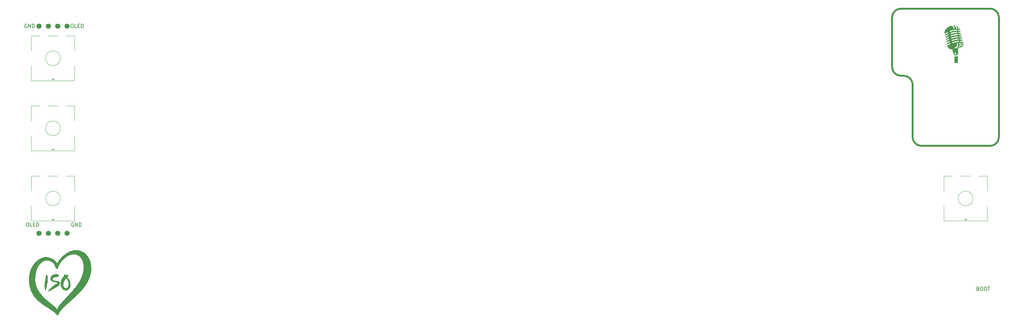
<source format=gbr>
%TF.GenerationSoftware,KiCad,Pcbnew,8.0.8*%
%TF.CreationDate,2025-08-10T21:28:01+02:00*%
%TF.ProjectId,eurovISOn REV,6575726f-7649-4534-9f6e-205245562e6b,rev?*%
%TF.SameCoordinates,Original*%
%TF.FileFunction,Legend,Top*%
%TF.FilePolarity,Positive*%
%FSLAX46Y46*%
G04 Gerber Fmt 4.6, Leading zero omitted, Abs format (unit mm)*
G04 Created by KiCad (PCBNEW 8.0.8) date 2025-08-10 21:28:01*
%MOMM*%
%LPD*%
G01*
G04 APERTURE LIST*
%ADD10C,0.500000*%
%ADD11C,0.150000*%
%ADD12C,0.000000*%
%ADD13C,0.120000*%
%ADD14C,1.397000*%
G04 APERTURE END LIST*
D10*
X278909960Y-53181248D02*
X278909958Y-20637500D01*
X276528708Y-18256250D02*
X252316210Y-18256250D01*
X249934960Y-20637500D02*
G75*
G02*
X252316210Y-18256260I2381240J0D01*
G01*
X252316208Y-36512500D02*
X253109960Y-36512500D01*
X276528708Y-18256250D02*
G75*
G02*
X278909950Y-20637500I-8J-2381250D01*
G01*
X252316208Y-36512500D02*
G75*
G02*
X249934900Y-34131250I92J2381400D01*
G01*
X257872458Y-55562500D02*
X276528710Y-55562498D01*
X278909960Y-53181248D02*
G75*
G02*
X276528710Y-55562560I-2381360J48D01*
G01*
X249934960Y-20637500D02*
X249934958Y-34131250D01*
X253109960Y-36512500D02*
G75*
G02*
X255491200Y-38893750I-60J-2381300D01*
G01*
X257872458Y-55562500D02*
G75*
G02*
X255491200Y-53181250I42J2381300D01*
G01*
X255491208Y-38893750D02*
X255491208Y-53181250D01*
D11*
X27813095Y-76496188D02*
X27717857Y-76448569D01*
X27717857Y-76448569D02*
X27575000Y-76448569D01*
X27575000Y-76448569D02*
X27432143Y-76496188D01*
X27432143Y-76496188D02*
X27336905Y-76591426D01*
X27336905Y-76591426D02*
X27289286Y-76686664D01*
X27289286Y-76686664D02*
X27241667Y-76877140D01*
X27241667Y-76877140D02*
X27241667Y-77019997D01*
X27241667Y-77019997D02*
X27289286Y-77210473D01*
X27289286Y-77210473D02*
X27336905Y-77305711D01*
X27336905Y-77305711D02*
X27432143Y-77400950D01*
X27432143Y-77400950D02*
X27575000Y-77448569D01*
X27575000Y-77448569D02*
X27670238Y-77448569D01*
X27670238Y-77448569D02*
X27813095Y-77400950D01*
X27813095Y-77400950D02*
X27860714Y-77353330D01*
X27860714Y-77353330D02*
X27860714Y-77019997D01*
X27860714Y-77019997D02*
X27670238Y-77019997D01*
X28289286Y-77448569D02*
X28289286Y-76448569D01*
X28289286Y-76448569D02*
X28860714Y-77448569D01*
X28860714Y-77448569D02*
X28860714Y-76448569D01*
X29336905Y-77448569D02*
X29336905Y-76448569D01*
X29336905Y-76448569D02*
X29575000Y-76448569D01*
X29575000Y-76448569D02*
X29717857Y-76496188D01*
X29717857Y-76496188D02*
X29813095Y-76591426D01*
X29813095Y-76591426D02*
X29860714Y-76686664D01*
X29860714Y-76686664D02*
X29908333Y-76877140D01*
X29908333Y-76877140D02*
X29908333Y-77019997D01*
X29908333Y-77019997D02*
X29860714Y-77210473D01*
X29860714Y-77210473D02*
X29813095Y-77305711D01*
X29813095Y-77305711D02*
X29717857Y-77400950D01*
X29717857Y-77400950D02*
X29575000Y-77448569D01*
X29575000Y-77448569D02*
X29336905Y-77448569D01*
X27322619Y-22473569D02*
X27513095Y-22473569D01*
X27513095Y-22473569D02*
X27608333Y-22521188D01*
X27608333Y-22521188D02*
X27703571Y-22616426D01*
X27703571Y-22616426D02*
X27751190Y-22806902D01*
X27751190Y-22806902D02*
X27751190Y-23140235D01*
X27751190Y-23140235D02*
X27703571Y-23330711D01*
X27703571Y-23330711D02*
X27608333Y-23425950D01*
X27608333Y-23425950D02*
X27513095Y-23473569D01*
X27513095Y-23473569D02*
X27322619Y-23473569D01*
X27322619Y-23473569D02*
X27227381Y-23425950D01*
X27227381Y-23425950D02*
X27132143Y-23330711D01*
X27132143Y-23330711D02*
X27084524Y-23140235D01*
X27084524Y-23140235D02*
X27084524Y-22806902D01*
X27084524Y-22806902D02*
X27132143Y-22616426D01*
X27132143Y-22616426D02*
X27227381Y-22521188D01*
X27227381Y-22521188D02*
X27322619Y-22473569D01*
X28655952Y-23473569D02*
X28179762Y-23473569D01*
X28179762Y-23473569D02*
X28179762Y-22473569D01*
X28989286Y-22949759D02*
X29322619Y-22949759D01*
X29465476Y-23473569D02*
X28989286Y-23473569D01*
X28989286Y-23473569D02*
X28989286Y-22473569D01*
X28989286Y-22473569D02*
X29465476Y-22473569D01*
X29894048Y-23473569D02*
X29894048Y-22473569D01*
X29894048Y-22473569D02*
X30132143Y-22473569D01*
X30132143Y-22473569D02*
X30275000Y-22521188D01*
X30275000Y-22521188D02*
X30370238Y-22616426D01*
X30370238Y-22616426D02*
X30417857Y-22711664D01*
X30417857Y-22711664D02*
X30465476Y-22902140D01*
X30465476Y-22902140D02*
X30465476Y-23044997D01*
X30465476Y-23044997D02*
X30417857Y-23235473D01*
X30417857Y-23235473D02*
X30370238Y-23330711D01*
X30370238Y-23330711D02*
X30275000Y-23425950D01*
X30275000Y-23425950D02*
X30132143Y-23473569D01*
X30132143Y-23473569D02*
X29894048Y-23473569D01*
X273280357Y-94387259D02*
X273423214Y-94434878D01*
X273423214Y-94434878D02*
X273470833Y-94482497D01*
X273470833Y-94482497D02*
X273518452Y-94577735D01*
X273518452Y-94577735D02*
X273518452Y-94720592D01*
X273518452Y-94720592D02*
X273470833Y-94815830D01*
X273470833Y-94815830D02*
X273423214Y-94863450D01*
X273423214Y-94863450D02*
X273327976Y-94911069D01*
X273327976Y-94911069D02*
X272947024Y-94911069D01*
X272947024Y-94911069D02*
X272947024Y-93911069D01*
X272947024Y-93911069D02*
X273280357Y-93911069D01*
X273280357Y-93911069D02*
X273375595Y-93958688D01*
X273375595Y-93958688D02*
X273423214Y-94006307D01*
X273423214Y-94006307D02*
X273470833Y-94101545D01*
X273470833Y-94101545D02*
X273470833Y-94196783D01*
X273470833Y-94196783D02*
X273423214Y-94292021D01*
X273423214Y-94292021D02*
X273375595Y-94339640D01*
X273375595Y-94339640D02*
X273280357Y-94387259D01*
X273280357Y-94387259D02*
X272947024Y-94387259D01*
X274137500Y-93911069D02*
X274327976Y-93911069D01*
X274327976Y-93911069D02*
X274423214Y-93958688D01*
X274423214Y-93958688D02*
X274518452Y-94053926D01*
X274518452Y-94053926D02*
X274566071Y-94244402D01*
X274566071Y-94244402D02*
X274566071Y-94577735D01*
X274566071Y-94577735D02*
X274518452Y-94768211D01*
X274518452Y-94768211D02*
X274423214Y-94863450D01*
X274423214Y-94863450D02*
X274327976Y-94911069D01*
X274327976Y-94911069D02*
X274137500Y-94911069D01*
X274137500Y-94911069D02*
X274042262Y-94863450D01*
X274042262Y-94863450D02*
X273947024Y-94768211D01*
X273947024Y-94768211D02*
X273899405Y-94577735D01*
X273899405Y-94577735D02*
X273899405Y-94244402D01*
X273899405Y-94244402D02*
X273947024Y-94053926D01*
X273947024Y-94053926D02*
X274042262Y-93958688D01*
X274042262Y-93958688D02*
X274137500Y-93911069D01*
X275185119Y-93911069D02*
X275375595Y-93911069D01*
X275375595Y-93911069D02*
X275470833Y-93958688D01*
X275470833Y-93958688D02*
X275566071Y-94053926D01*
X275566071Y-94053926D02*
X275613690Y-94244402D01*
X275613690Y-94244402D02*
X275613690Y-94577735D01*
X275613690Y-94577735D02*
X275566071Y-94768211D01*
X275566071Y-94768211D02*
X275470833Y-94863450D01*
X275470833Y-94863450D02*
X275375595Y-94911069D01*
X275375595Y-94911069D02*
X275185119Y-94911069D01*
X275185119Y-94911069D02*
X275089881Y-94863450D01*
X275089881Y-94863450D02*
X274994643Y-94768211D01*
X274994643Y-94768211D02*
X274947024Y-94577735D01*
X274947024Y-94577735D02*
X274947024Y-94244402D01*
X274947024Y-94244402D02*
X274994643Y-94053926D01*
X274994643Y-94053926D02*
X275089881Y-93958688D01*
X275089881Y-93958688D02*
X275185119Y-93911069D01*
X275899405Y-93911069D02*
X276470833Y-93911069D01*
X276185119Y-94911069D02*
X276185119Y-93911069D01*
X15216369Y-76448569D02*
X15406845Y-76448569D01*
X15406845Y-76448569D02*
X15502083Y-76496188D01*
X15502083Y-76496188D02*
X15597321Y-76591426D01*
X15597321Y-76591426D02*
X15644940Y-76781902D01*
X15644940Y-76781902D02*
X15644940Y-77115235D01*
X15644940Y-77115235D02*
X15597321Y-77305711D01*
X15597321Y-77305711D02*
X15502083Y-77400950D01*
X15502083Y-77400950D02*
X15406845Y-77448569D01*
X15406845Y-77448569D02*
X15216369Y-77448569D01*
X15216369Y-77448569D02*
X15121131Y-77400950D01*
X15121131Y-77400950D02*
X15025893Y-77305711D01*
X15025893Y-77305711D02*
X14978274Y-77115235D01*
X14978274Y-77115235D02*
X14978274Y-76781902D01*
X14978274Y-76781902D02*
X15025893Y-76591426D01*
X15025893Y-76591426D02*
X15121131Y-76496188D01*
X15121131Y-76496188D02*
X15216369Y-76448569D01*
X16549702Y-77448569D02*
X16073512Y-77448569D01*
X16073512Y-77448569D02*
X16073512Y-76448569D01*
X16883036Y-76924759D02*
X17216369Y-76924759D01*
X17359226Y-77448569D02*
X16883036Y-77448569D01*
X16883036Y-77448569D02*
X16883036Y-76448569D01*
X16883036Y-76448569D02*
X17359226Y-76448569D01*
X17787798Y-77448569D02*
X17787798Y-76448569D01*
X17787798Y-76448569D02*
X18025893Y-76448569D01*
X18025893Y-76448569D02*
X18168750Y-76496188D01*
X18168750Y-76496188D02*
X18263988Y-76591426D01*
X18263988Y-76591426D02*
X18311607Y-76686664D01*
X18311607Y-76686664D02*
X18359226Y-76877140D01*
X18359226Y-76877140D02*
X18359226Y-77019997D01*
X18359226Y-77019997D02*
X18311607Y-77210473D01*
X18311607Y-77210473D02*
X18263988Y-77305711D01*
X18263988Y-77305711D02*
X18168750Y-77400950D01*
X18168750Y-77400950D02*
X18025893Y-77448569D01*
X18025893Y-77448569D02*
X17787798Y-77448569D01*
X15113095Y-22521188D02*
X15017857Y-22473569D01*
X15017857Y-22473569D02*
X14875000Y-22473569D01*
X14875000Y-22473569D02*
X14732143Y-22521188D01*
X14732143Y-22521188D02*
X14636905Y-22616426D01*
X14636905Y-22616426D02*
X14589286Y-22711664D01*
X14589286Y-22711664D02*
X14541667Y-22902140D01*
X14541667Y-22902140D02*
X14541667Y-23044997D01*
X14541667Y-23044997D02*
X14589286Y-23235473D01*
X14589286Y-23235473D02*
X14636905Y-23330711D01*
X14636905Y-23330711D02*
X14732143Y-23425950D01*
X14732143Y-23425950D02*
X14875000Y-23473569D01*
X14875000Y-23473569D02*
X14970238Y-23473569D01*
X14970238Y-23473569D02*
X15113095Y-23425950D01*
X15113095Y-23425950D02*
X15160714Y-23378330D01*
X15160714Y-23378330D02*
X15160714Y-23044997D01*
X15160714Y-23044997D02*
X14970238Y-23044997D01*
X15589286Y-23473569D02*
X15589286Y-22473569D01*
X15589286Y-22473569D02*
X16160714Y-23473569D01*
X16160714Y-23473569D02*
X16160714Y-22473569D01*
X16636905Y-23473569D02*
X16636905Y-22473569D01*
X16636905Y-22473569D02*
X16875000Y-22473569D01*
X16875000Y-22473569D02*
X17017857Y-22521188D01*
X17017857Y-22521188D02*
X17113095Y-22616426D01*
X17113095Y-22616426D02*
X17160714Y-22711664D01*
X17160714Y-22711664D02*
X17208333Y-22902140D01*
X17208333Y-22902140D02*
X17208333Y-23044997D01*
X17208333Y-23044997D02*
X17160714Y-23235473D01*
X17160714Y-23235473D02*
X17113095Y-23330711D01*
X17113095Y-23330711D02*
X17017857Y-23425950D01*
X17017857Y-23425950D02*
X16875000Y-23473569D01*
X16875000Y-23473569D02*
X16636905Y-23473569D01*
D12*
%TO.C,G\u002A\u002A\u002A*%
G36*
X267783509Y-31084329D02*
G01*
X267784504Y-31129117D01*
X267785420Y-31200382D01*
X267786243Y-31295359D01*
X267786953Y-31411280D01*
X267787536Y-31545379D01*
X267787973Y-31694891D01*
X267788247Y-31857049D01*
X267788343Y-32029087D01*
X267788343Y-32029088D01*
X267788343Y-32989390D01*
X267308191Y-32989390D01*
X266828040Y-32989390D01*
X266828040Y-32094674D01*
X266828040Y-31199958D01*
X266904064Y-31224080D01*
X266971128Y-31238204D01*
X267059603Y-31246876D01*
X267159337Y-31249973D01*
X267260177Y-31247369D01*
X267351971Y-31238942D01*
X267402437Y-31230180D01*
X267464968Y-31211875D01*
X267541589Y-31183065D01*
X267618560Y-31149061D01*
X267640625Y-31138151D01*
X267699724Y-31108289D01*
X267747160Y-31084876D01*
X267776409Y-31071101D01*
X267782454Y-31068785D01*
X267783509Y-31084329D01*
G37*
G36*
X266723324Y-22855565D02*
G01*
X266855655Y-22892904D01*
X266977169Y-22951018D01*
X267040267Y-22994275D01*
X267133530Y-23079278D01*
X267210777Y-23176383D01*
X267274888Y-23290618D01*
X267328743Y-23427012D01*
X267370213Y-23570447D01*
X267390081Y-23644922D01*
X267409011Y-23708545D01*
X267424851Y-23754534D01*
X267435405Y-23776062D01*
X267468988Y-23790876D01*
X267518141Y-23793413D01*
X267569289Y-23784631D01*
X267608858Y-23765493D01*
X267611009Y-23763641D01*
X267632926Y-23733768D01*
X267642566Y-23691685D01*
X267639933Y-23632527D01*
X267625028Y-23551430D01*
X267611108Y-23493782D01*
X267559007Y-23324066D01*
X267494833Y-23180447D01*
X267415617Y-23058332D01*
X267318387Y-22953131D01*
X267202228Y-22861651D01*
X267188766Y-22850088D01*
X267196580Y-22845687D01*
X267229980Y-22847416D01*
X267252187Y-22849669D01*
X267392472Y-22880296D01*
X267521495Y-22940346D01*
X267637999Y-23028840D01*
X267740730Y-23144795D01*
X267828431Y-23287231D01*
X267838991Y-23308313D01*
X267865763Y-23369944D01*
X267893718Y-23445538D01*
X267920207Y-23526469D01*
X267942581Y-23604112D01*
X267958189Y-23669840D01*
X267964383Y-23715027D01*
X267964398Y-23716585D01*
X267978736Y-23768008D01*
X268016263Y-23805655D01*
X268068747Y-23821870D01*
X268077688Y-23821972D01*
X268135205Y-23808098D01*
X268170643Y-23771804D01*
X268182388Y-23715284D01*
X268179468Y-23683556D01*
X268163941Y-23606656D01*
X268142305Y-23520436D01*
X268117955Y-23437079D01*
X268094283Y-23368766D01*
X268086648Y-23350354D01*
X268071853Y-23313305D01*
X268066634Y-23292199D01*
X268067711Y-23290335D01*
X268082601Y-23302885D01*
X268109326Y-23335971D01*
X268143135Y-23382751D01*
X268179282Y-23436381D01*
X268213016Y-23490019D01*
X268239590Y-23536820D01*
X268241978Y-23541466D01*
X268277652Y-23618550D01*
X268311931Y-23704592D01*
X268343072Y-23793657D01*
X268369331Y-23879815D01*
X268388963Y-23957131D01*
X268400226Y-24019672D01*
X268401376Y-24061507D01*
X268397981Y-24072242D01*
X268379219Y-24078589D01*
X268334877Y-24075847D01*
X268262789Y-24063831D01*
X268235408Y-24058386D01*
X268151888Y-24043543D01*
X268063463Y-24031381D01*
X267985766Y-24023960D01*
X267966581Y-24022955D01*
X267905305Y-24021497D01*
X267866676Y-24024424D01*
X267841391Y-24034161D01*
X267820149Y-24053129D01*
X267811022Y-24063471D01*
X267778729Y-24120887D01*
X267777021Y-24179398D01*
X267805941Y-24234072D01*
X267809583Y-24238137D01*
X267837678Y-24261657D01*
X267874908Y-24276723D01*
X267930964Y-24286712D01*
X267957630Y-24289717D01*
X268063452Y-24303647D01*
X268168008Y-24322870D01*
X268264125Y-24345631D01*
X268344626Y-24370171D01*
X268402337Y-24394736D01*
X268413233Y-24401245D01*
X268474754Y-24460229D01*
X268513265Y-24536883D01*
X268524575Y-24611169D01*
X268522986Y-24649899D01*
X268512672Y-24664448D01*
X268485311Y-24662643D01*
X268472558Y-24660087D01*
X268413643Y-24649347D01*
X268338466Y-24637555D01*
X268255940Y-24625888D01*
X268174980Y-24615527D01*
X268104500Y-24607650D01*
X268053414Y-24603436D01*
X268041315Y-24603042D01*
X267975553Y-24615807D01*
X267925849Y-24651328D01*
X267897954Y-24704374D01*
X267893976Y-24737073D01*
X267897247Y-24779421D01*
X267909807Y-24811850D01*
X267935779Y-24836519D01*
X267979284Y-24855585D01*
X268044443Y-24871205D01*
X268135378Y-24885537D01*
X268191578Y-24892866D01*
X268313095Y-24909751D01*
X268407206Y-24927148D01*
X268478503Y-24946560D01*
X268531574Y-24969494D01*
X268571009Y-24997455D01*
X268596830Y-25025764D01*
X268620744Y-25067998D01*
X268638895Y-25119688D01*
X268649254Y-25171053D01*
X268649792Y-25212311D01*
X268639815Y-25232967D01*
X268616550Y-25236043D01*
X268571442Y-25234282D01*
X268514230Y-25228067D01*
X268513890Y-25228019D01*
X268446078Y-25219780D01*
X268361476Y-25211169D01*
X268275246Y-25203692D01*
X268249853Y-25201790D01*
X268178254Y-25197055D01*
X268131013Y-25195949D01*
X268100575Y-25199640D01*
X268079381Y-25209298D01*
X268059875Y-25226092D01*
X268053791Y-25232128D01*
X268019873Y-25285571D01*
X268012194Y-25345515D01*
X268030987Y-25402262D01*
X268049128Y-25425165D01*
X268069648Y-25442061D01*
X268095853Y-25453831D01*
X268134680Y-25462065D01*
X268193065Y-25468350D01*
X268257920Y-25473005D01*
X268406580Y-25485983D01*
X268526002Y-25504542D01*
X268618668Y-25529947D01*
X268687059Y-25563461D01*
X268733654Y-25606350D01*
X268760935Y-25659879D01*
X268771382Y-25725312D01*
X268771635Y-25734916D01*
X268772653Y-25811129D01*
X268708632Y-25809507D01*
X268668605Y-25807961D01*
X268604902Y-25804893D01*
X268525800Y-25800725D01*
X268439574Y-25795880D01*
X268426217Y-25795102D01*
X268207821Y-25782320D01*
X268166135Y-25824006D01*
X268131502Y-25878006D01*
X268127376Y-25936766D01*
X268153885Y-25994954D01*
X268161763Y-26004773D01*
X268180029Y-26023726D01*
X268200674Y-26036852D01*
X268230369Y-26045861D01*
X268275781Y-26052459D01*
X268343581Y-26058355D01*
X268381833Y-26061139D01*
X268511796Y-26071540D01*
X268614002Y-26082730D01*
X268692705Y-26095649D01*
X268752158Y-26111238D01*
X268796614Y-26130439D01*
X268830326Y-26154193D01*
X268838902Y-26162268D01*
X268880521Y-26218546D01*
X268901079Y-26288294D01*
X268901284Y-26289646D01*
X268906089Y-26344522D01*
X268897597Y-26378975D01*
X268871225Y-26396316D01*
X268822393Y-26399854D01*
X268756648Y-26394112D01*
X268687854Y-26388000D01*
X268602208Y-26383182D01*
X268514864Y-26380447D01*
X268487332Y-26380130D01*
X268414863Y-26380157D01*
X268366617Y-26382353D01*
X268334812Y-26388526D01*
X268311662Y-26400485D01*
X268289383Y-26420037D01*
X268281395Y-26427965D01*
X268250096Y-26464489D01*
X268239577Y-26496312D01*
X268242597Y-26527996D01*
X268253382Y-26568439D01*
X268271013Y-26598751D01*
X268299927Y-26620656D01*
X268344565Y-26635879D01*
X268409363Y-26646144D01*
X268498763Y-26653175D01*
X268574489Y-26656929D01*
X268665149Y-26661756D01*
X268749051Y-26667853D01*
X268818847Y-26674568D01*
X268867189Y-26681250D01*
X268879658Y-26683980D01*
X268946428Y-26718269D01*
X268997162Y-26776484D01*
X269026864Y-26852504D01*
X269029603Y-26867684D01*
X269034814Y-26909689D01*
X269033253Y-26940185D01*
X269020859Y-26960788D01*
X268993570Y-26973117D01*
X268947323Y-26978789D01*
X268878059Y-26979422D01*
X268781715Y-26976633D01*
X268758192Y-26975783D01*
X268669483Y-26973332D01*
X268589174Y-26972566D01*
X268524079Y-26973443D01*
X268481015Y-26975920D01*
X268470501Y-26977579D01*
X268413380Y-27005710D01*
X268376900Y-27051354D01*
X268363391Y-27106590D01*
X268375185Y-27163492D01*
X268403809Y-27204295D01*
X268418366Y-27217992D01*
X268433864Y-27228066D01*
X268455127Y-27235074D01*
X268486977Y-27239572D01*
X268534240Y-27242116D01*
X268601737Y-27243263D01*
X268694292Y-27243569D01*
X268744356Y-27243581D01*
X268855478Y-27244063D01*
X268938952Y-27245717D01*
X268999130Y-27248855D01*
X269040362Y-27253787D01*
X269067000Y-27260826D01*
X269079906Y-27267597D01*
X269099598Y-27287130D01*
X269118142Y-27319299D01*
X269136803Y-27367925D01*
X269156848Y-27436831D01*
X269179542Y-27529841D01*
X269205005Y-27645396D01*
X269235272Y-27831934D01*
X269241456Y-27998993D01*
X269222788Y-28149032D01*
X269178495Y-28284511D01*
X269107807Y-28407888D01*
X269009952Y-28521622D01*
X268900693Y-28615732D01*
X268786189Y-28693441D01*
X268645442Y-28772782D01*
X268483955Y-28851257D01*
X268307227Y-28926364D01*
X268120758Y-28995605D01*
X267932388Y-29055795D01*
X267748330Y-29109748D01*
X267751734Y-29164976D01*
X267755205Y-29196589D01*
X267763034Y-29254415D01*
X267774431Y-29333072D01*
X267788610Y-29427177D01*
X267804783Y-29531350D01*
X267812538Y-29580316D01*
X267838915Y-29746782D01*
X267860371Y-29885065D01*
X267877272Y-29998552D01*
X267889987Y-30090630D01*
X267898883Y-30164686D01*
X267904327Y-30224108D01*
X267906687Y-30272283D01*
X267906329Y-30312597D01*
X267903622Y-30348438D01*
X267899342Y-30380569D01*
X267864951Y-30513305D01*
X267803609Y-30633712D01*
X267712980Y-30746246D01*
X267701417Y-30758040D01*
X267586140Y-30853686D01*
X267457859Y-30924840D01*
X267321537Y-30970019D01*
X267182136Y-30987738D01*
X267044621Y-30976514D01*
X267002965Y-30966875D01*
X266901787Y-30930989D01*
X266816849Y-30880482D01*
X266745270Y-30811899D01*
X266684171Y-30721781D01*
X266630670Y-30606673D01*
X266596325Y-30505604D01*
X266861719Y-30505604D01*
X266878204Y-30588709D01*
X266913326Y-30658471D01*
X266914386Y-30659874D01*
X266973760Y-30716660D01*
X267041230Y-30746230D01*
X267111177Y-30747648D01*
X267177983Y-30719975D01*
X267195503Y-30706765D01*
X267258887Y-30634719D01*
X267294184Y-30552432D01*
X267301175Y-30465416D01*
X267279639Y-30379180D01*
X267229355Y-30299236D01*
X267212506Y-30281117D01*
X267169689Y-30243207D01*
X267132465Y-30225109D01*
X267088371Y-30220518D01*
X267013389Y-30235683D01*
X266945477Y-30277837D01*
X266892450Y-30341967D01*
X266888722Y-30348558D01*
X266864888Y-30421455D01*
X266861719Y-30505604D01*
X266596325Y-30505604D01*
X266581887Y-30463116D01*
X266581137Y-30460594D01*
X266544933Y-30338877D01*
X266505594Y-30206928D01*
X266464728Y-30070114D01*
X266423943Y-29933803D01*
X266384847Y-29803365D01*
X266349050Y-29684166D01*
X266318159Y-29581576D01*
X266293783Y-29500962D01*
X266282619Y-29464280D01*
X266234922Y-29308231D01*
X266037885Y-29308231D01*
X265835162Y-29295901D01*
X265652588Y-29258745D01*
X265489806Y-29196518D01*
X265346458Y-29108970D01*
X265222185Y-28995855D01*
X265175297Y-28934143D01*
X266834103Y-28934143D01*
X266836733Y-28980419D01*
X266866320Y-29017886D01*
X266918204Y-29042742D01*
X266977400Y-29051136D01*
X267014204Y-29046450D01*
X267069879Y-29033138D01*
X267133360Y-29013909D01*
X267143394Y-29010501D01*
X267329337Y-28935524D01*
X267474712Y-28855138D01*
X267678560Y-28855138D01*
X267681418Y-28870748D01*
X267700216Y-28886004D01*
X267726994Y-28898727D01*
X267762034Y-28900488D01*
X267810713Y-28890292D01*
X267878409Y-28867142D01*
X267945039Y-28840619D01*
X268049407Y-28791409D01*
X268080499Y-28773439D01*
X268332514Y-28773439D01*
X268341699Y-28780079D01*
X268370926Y-28772894D01*
X268422707Y-28750992D01*
X268495313Y-28715621D01*
X268645364Y-28630612D01*
X268765716Y-28540517D01*
X268858623Y-28442156D01*
X268926340Y-28332344D01*
X268971119Y-28207901D01*
X268995217Y-28065644D01*
X268999534Y-28003820D01*
X269000067Y-27915537D01*
X268994701Y-27820895D01*
X268984456Y-27726190D01*
X268970353Y-27637716D01*
X268953410Y-27561768D01*
X268934649Y-27504639D01*
X268915088Y-27472626D01*
X268913221Y-27471116D01*
X268866076Y-27454503D01*
X268813786Y-27462219D01*
X268768762Y-27491830D01*
X268761106Y-27500983D01*
X268746539Y-27522666D01*
X268739233Y-27544013D01*
X268738981Y-27573219D01*
X268745578Y-27618479D01*
X268756679Y-27677039D01*
X268775176Y-27793344D01*
X268787467Y-27916311D01*
X268793310Y-28037878D01*
X268792467Y-28149987D01*
X268784695Y-28244577D01*
X268775129Y-28295564D01*
X268726417Y-28424288D01*
X268650186Y-28537743D01*
X268545887Y-28636596D01*
X268433897Y-28710118D01*
X268384582Y-28738539D01*
X268348519Y-28760927D01*
X268332716Y-28772907D01*
X268332514Y-28773439D01*
X268080499Y-28773439D01*
X268153142Y-28731455D01*
X268247697Y-28666394D01*
X268324522Y-28601863D01*
X268354465Y-28570575D01*
X268425111Y-28474478D01*
X268476056Y-28370834D01*
X268507986Y-28255724D01*
X268521587Y-28125230D01*
X268517544Y-27975432D01*
X268496545Y-27802411D01*
X268492893Y-27779749D01*
X268480641Y-27704731D01*
X268470537Y-27641475D01*
X268463610Y-27596529D01*
X268460891Y-27576440D01*
X268460886Y-27576309D01*
X268446806Y-27550994D01*
X268413714Y-27524691D01*
X268373383Y-27505174D01*
X268344774Y-27499661D01*
X268302446Y-27510935D01*
X268260503Y-27538786D01*
X268229756Y-27574260D01*
X268220479Y-27602619D01*
X268222971Y-27627014D01*
X268229780Y-27676133D01*
X268239902Y-27743132D01*
X268252336Y-27821171D01*
X268254012Y-27831418D01*
X268274621Y-27988446D01*
X268280430Y-28122259D01*
X268271265Y-28238113D01*
X268246953Y-28341267D01*
X268236142Y-28371936D01*
X268182363Y-28471675D01*
X268100437Y-28566823D01*
X267994216Y-28653665D01*
X267867552Y-28728486D01*
X267865296Y-28729607D01*
X267801774Y-28762921D01*
X267746731Y-28795135D01*
X267708421Y-28821272D01*
X267698257Y-28830354D01*
X267678560Y-28855138D01*
X267474712Y-28855138D01*
X267485557Y-28849141D01*
X267612312Y-28751156D01*
X267709862Y-28641376D01*
X267769382Y-28539989D01*
X267787160Y-28498268D01*
X267799479Y-28457413D01*
X267807632Y-28409465D01*
X267812917Y-28346466D01*
X267816628Y-28260458D01*
X267817066Y-28247071D01*
X267817087Y-28126157D01*
X267810299Y-28002469D01*
X267797631Y-27883837D01*
X267780010Y-27778093D01*
X267758364Y-27693069D01*
X267748121Y-27665001D01*
X267711298Y-27611353D01*
X267660266Y-27583543D01*
X267601886Y-27583310D01*
X267543018Y-27612392D01*
X267542423Y-27612858D01*
X267520912Y-27634246D01*
X267507245Y-27661635D01*
X267501164Y-27700077D01*
X267502413Y-27754624D01*
X267510736Y-27830329D01*
X267525875Y-27932244D01*
X267526126Y-27933829D01*
X267545334Y-28099574D01*
X267545432Y-28243159D01*
X267524638Y-28367641D01*
X267481168Y-28476076D01*
X267413240Y-28571523D01*
X267319071Y-28657036D01*
X267196876Y-28735674D01*
X267044874Y-28810493D01*
X267004631Y-28827854D01*
X266929741Y-28860733D01*
X266880065Y-28886202D01*
X266850590Y-28907386D01*
X266836302Y-28927409D01*
X266834103Y-28934143D01*
X265175297Y-28934143D01*
X265116628Y-28856925D01*
X265029431Y-28691934D01*
X264986359Y-28582002D01*
X264962997Y-28509311D01*
X264943359Y-28437828D01*
X264930748Y-28379917D01*
X264928729Y-28366207D01*
X264919664Y-28289668D01*
X264997576Y-28240292D01*
X265108847Y-28173829D01*
X265240755Y-28101739D01*
X265383763Y-28029081D01*
X265499622Y-27974005D01*
X265569115Y-27941085D01*
X265629575Y-27910690D01*
X265673957Y-27886473D01*
X265694001Y-27873276D01*
X265722935Y-27828567D01*
X265727846Y-27774811D01*
X265710911Y-27721352D01*
X265674302Y-27677538D01*
X265644381Y-27660007D01*
X265620865Y-27652693D01*
X265594508Y-27650893D01*
X265561824Y-27655921D01*
X265519329Y-27669091D01*
X265463540Y-27691716D01*
X265390972Y-27725112D01*
X265298142Y-27770592D01*
X265181565Y-27829470D01*
X265143242Y-27849022D01*
X265042722Y-27900128D01*
X264966856Y-27936715D01*
X264911716Y-27958674D01*
X264873371Y-27965894D01*
X264847892Y-27958266D01*
X264831350Y-27935678D01*
X264819816Y-27898022D01*
X264809359Y-27845186D01*
X264808329Y-27839639D01*
X264799177Y-27781706D01*
X264798660Y-27745434D01*
X264807103Y-27721572D01*
X264812740Y-27713821D01*
X264848197Y-27681362D01*
X264908591Y-27638263D01*
X264989689Y-27587074D01*
X265087263Y-27530346D01*
X265163502Y-27488889D01*
X266236363Y-27488889D01*
X266247851Y-27530779D01*
X266277170Y-27574606D01*
X266315333Y-27610173D01*
X266353353Y-27627286D01*
X266358662Y-27627631D01*
X266385196Y-27622653D01*
X266434381Y-27609230D01*
X266498669Y-27589540D01*
X266555954Y-27570721D01*
X266851926Y-27477928D01*
X267148157Y-27399159D01*
X267437937Y-27335909D01*
X267714555Y-27289679D01*
X267921117Y-27266019D01*
X268008998Y-27253992D01*
X268069203Y-27234320D01*
X268105664Y-27204415D01*
X268122312Y-27161688D01*
X268124449Y-27132157D01*
X268114620Y-27073378D01*
X268093704Y-27033287D01*
X268076755Y-27015348D01*
X268056605Y-27004462D01*
X268025711Y-26999159D01*
X267976526Y-26997972D01*
X267917741Y-26999026D01*
X267765769Y-27009149D01*
X267588866Y-27032249D01*
X267390977Y-27067484D01*
X267176043Y-27114013D01*
X266948008Y-27170992D01*
X266710815Y-27237580D01*
X266507939Y-27300143D01*
X266407788Y-27334072D01*
X266334898Y-27363787D01*
X266285291Y-27392053D01*
X266254988Y-27421637D01*
X266240012Y-27455302D01*
X266236363Y-27488889D01*
X265163502Y-27488889D01*
X265197082Y-27470629D01*
X265314915Y-27410473D01*
X265320147Y-27407891D01*
X265402043Y-27366327D01*
X265474153Y-27327459D01*
X265531366Y-27294222D01*
X265568566Y-27269554D01*
X265580229Y-27258498D01*
X265595363Y-27202546D01*
X265587325Y-27145477D01*
X265560378Y-27095726D01*
X265518786Y-27061730D01*
X265475631Y-27051520D01*
X265445997Y-27058703D01*
X265393630Y-27078529D01*
X265323954Y-27108418D01*
X265242394Y-27145789D01*
X265154374Y-27188058D01*
X265065318Y-27232645D01*
X264980650Y-27276969D01*
X264905795Y-27318447D01*
X264868676Y-27340389D01*
X264803424Y-27377426D01*
X264758268Y-27393235D01*
X264727853Y-27386002D01*
X264706825Y-27353914D01*
X264689830Y-27295157D01*
X264686121Y-27278563D01*
X264675201Y-27223212D01*
X264672918Y-27188407D01*
X264679884Y-27163709D01*
X264694123Y-27142081D01*
X264737169Y-27098106D01*
X264806342Y-27044163D01*
X264898188Y-26982513D01*
X265009252Y-26915417D01*
X265112234Y-26858350D01*
X266112660Y-26858350D01*
X266115312Y-26906379D01*
X266140299Y-26955518D01*
X266179872Y-26995938D01*
X266226283Y-27017811D01*
X266239519Y-27019274D01*
X266257948Y-27014557D01*
X266301339Y-27001372D01*
X266364302Y-26981417D01*
X266441447Y-26956391D01*
X266495600Y-26938555D01*
X266782212Y-26849052D01*
X267047478Y-26777397D01*
X267290219Y-26723853D01*
X267509261Y-26688685D01*
X267673597Y-26673565D01*
X267778564Y-26666537D01*
X267856374Y-26657751D01*
X267911876Y-26645854D01*
X267949920Y-26629496D01*
X267975357Y-26607326D01*
X267989314Y-26585618D01*
X268007260Y-26523255D01*
X267997041Y-26467819D01*
X267962402Y-26423727D01*
X267907088Y-26395395D01*
X267834847Y-26387243D01*
X267821848Y-26388117D01*
X267776085Y-26392292D01*
X267708157Y-26398489D01*
X267627778Y-26405821D01*
X267556270Y-26412344D01*
X267338030Y-26440541D01*
X267096558Y-26487190D01*
X266834345Y-26551697D01*
X266553885Y-26633465D01*
X266348711Y-26700428D01*
X266261201Y-26731561D01*
X266199458Y-26757835D01*
X266158333Y-26782695D01*
X266132679Y-26809584D01*
X266117347Y-26841947D01*
X266112660Y-26858350D01*
X265112234Y-26858350D01*
X265136080Y-26845136D01*
X265194851Y-26814371D01*
X265298020Y-26759893D01*
X265374834Y-26715477D01*
X265428308Y-26678452D01*
X265461456Y-26646150D01*
X265477293Y-26615902D01*
X265478835Y-26585039D01*
X265474639Y-26566693D01*
X265444150Y-26509779D01*
X265396970Y-26471748D01*
X265346376Y-26459334D01*
X265310864Y-26467058D01*
X265253344Y-26488420D01*
X265179322Y-26520699D01*
X265094306Y-26561177D01*
X265003802Y-26607136D01*
X264913319Y-26655856D01*
X264828363Y-26704618D01*
X264754443Y-26750703D01*
X264749310Y-26754101D01*
X264688149Y-26793024D01*
X264646773Y-26814432D01*
X264619836Y-26820636D01*
X264605264Y-26816315D01*
X264587340Y-26791521D01*
X264569670Y-26746275D01*
X264555245Y-26692017D01*
X264547060Y-26640188D01*
X264548109Y-26602228D01*
X264548692Y-26600096D01*
X264573508Y-26559260D01*
X264624663Y-26507856D01*
X264699126Y-26448046D01*
X264793867Y-26381990D01*
X264905853Y-26311849D01*
X264973349Y-26273307D01*
X265977080Y-26273307D01*
X265992051Y-26326764D01*
X266029016Y-26369883D01*
X266067545Y-26396608D01*
X266101037Y-26410680D01*
X266106780Y-26411318D01*
X266132856Y-26405966D01*
X266181365Y-26391476D01*
X266244865Y-26370198D01*
X266301614Y-26349809D01*
X266464203Y-26293088D01*
X266645338Y-26235794D01*
X266831893Y-26181975D01*
X266932073Y-26155319D01*
X267012026Y-26137636D01*
X267113864Y-26119384D01*
X267228974Y-26101699D01*
X267348741Y-26085714D01*
X267464551Y-26072564D01*
X267567788Y-26063385D01*
X267649837Y-26059311D01*
X267661709Y-26059207D01*
X267753514Y-26052639D01*
X267822198Y-26033617D01*
X267864768Y-26003165D01*
X267874431Y-25986468D01*
X267886151Y-25921122D01*
X267873030Y-25860941D01*
X267840359Y-25818307D01*
X267821275Y-25804418D01*
X267801010Y-25795093D01*
X267773600Y-25789763D01*
X267733083Y-25787861D01*
X267673496Y-25788818D01*
X267588877Y-25792067D01*
X267572275Y-25792777D01*
X267429969Y-25802970D01*
X267270296Y-25821223D01*
X267104738Y-25845776D01*
X266944775Y-25874871D01*
X266801888Y-25906750D01*
X266764020Y-25916606D01*
X266702191Y-25934312D01*
X266621450Y-25958800D01*
X266528478Y-25987900D01*
X266429951Y-26019445D01*
X266332550Y-26051263D01*
X266242953Y-26081188D01*
X266167838Y-26107049D01*
X266113884Y-26126678D01*
X266099217Y-26132510D01*
X266031941Y-26171856D01*
X265990803Y-26220230D01*
X265977080Y-26273307D01*
X264973349Y-26273307D01*
X265032054Y-26239785D01*
X265118299Y-26193955D01*
X265201239Y-26150271D01*
X265259818Y-26116964D01*
X265298655Y-26090814D01*
X265322367Y-26068601D01*
X265335574Y-26047106D01*
X265338012Y-26040795D01*
X265345496Y-25978164D01*
X265326263Y-25923866D01*
X265285530Y-25883976D01*
X265228509Y-25864570D01*
X265187523Y-25865451D01*
X265153687Y-25876450D01*
X265098141Y-25901130D01*
X265026507Y-25936509D01*
X264944406Y-25979604D01*
X264857458Y-26027432D01*
X264771286Y-26077011D01*
X264691511Y-26125358D01*
X264660417Y-26145128D01*
X264596535Y-26184748D01*
X264541204Y-26215883D01*
X264500475Y-26235339D01*
X264480673Y-26240042D01*
X264462656Y-26219304D01*
X264445432Y-26177607D01*
X264432530Y-26125889D01*
X264427479Y-26075213D01*
X264442609Y-26018680D01*
X264487223Y-25953623D01*
X264560219Y-25880958D01*
X264660495Y-25801602D01*
X264786948Y-25716473D01*
X264870114Y-25667084D01*
X265852598Y-25667084D01*
X265865528Y-25726910D01*
X265905703Y-25772208D01*
X265923755Y-25783796D01*
X265949654Y-25796468D01*
X265974919Y-25800614D01*
X266007725Y-25795216D01*
X266056245Y-25779257D01*
X266103447Y-25761446D01*
X266375263Y-25663836D01*
X266630447Y-25587078D01*
X266875317Y-25529708D01*
X267116194Y-25490265D01*
X267359395Y-25467287D01*
X267380214Y-25466055D01*
X267472813Y-25460467D01*
X267556352Y-25454765D01*
X267624676Y-25449420D01*
X267671629Y-25444903D01*
X267688770Y-25442424D01*
X267723697Y-25420147D01*
X267751803Y-25377642D01*
X267767345Y-25326673D01*
X267766065Y-25284155D01*
X267745633Y-25247507D01*
X267709514Y-25213216D01*
X267703887Y-25209465D01*
X267677983Y-25195156D01*
X267650406Y-25186423D01*
X267613741Y-25182522D01*
X267560574Y-25182710D01*
X267483492Y-25186244D01*
X267476244Y-25186640D01*
X267224772Y-25204941D01*
X266995842Y-25231899D01*
X266780720Y-25269349D01*
X266570673Y-25319130D01*
X266356966Y-25383078D01*
X266130868Y-25463031D01*
X266091808Y-25477872D01*
X265998474Y-25515730D01*
X265932019Y-25548552D01*
X265888395Y-25579543D01*
X265863548Y-25611907D01*
X265853429Y-25648849D01*
X265852598Y-25667084D01*
X264870114Y-25667084D01*
X264938476Y-25626487D01*
X265022000Y-25580654D01*
X265087171Y-25544523D01*
X265142893Y-25511369D01*
X265182309Y-25485406D01*
X265197255Y-25472940D01*
X265211423Y-25440402D01*
X265217893Y-25395020D01*
X265217933Y-25391429D01*
X265203980Y-25336535D01*
X265167949Y-25290738D01*
X265118585Y-25263119D01*
X265090379Y-25258955D01*
X265054655Y-25267397D01*
X264997592Y-25290774D01*
X264924419Y-25326164D01*
X264840362Y-25370642D01*
X264750648Y-25421287D01*
X264660506Y-25475175D01*
X264575161Y-25529384D01*
X264499843Y-25580989D01*
X264456991Y-25613126D01*
X264402686Y-25648488D01*
X264361947Y-25656594D01*
X264332897Y-25636365D01*
X264313656Y-25586721D01*
X264304077Y-25525228D01*
X264294989Y-25437178D01*
X264381143Y-25351090D01*
X264509785Y-25236921D01*
X264667178Y-25122186D01*
X264773241Y-25056664D01*
X265724201Y-25056664D01*
X265737935Y-25119323D01*
X265777678Y-25163323D01*
X265805170Y-25177488D01*
X265832339Y-25187673D01*
X265854812Y-25191462D01*
X265880973Y-25187464D01*
X265919203Y-25174288D01*
X265977885Y-25150543D01*
X265984887Y-25147662D01*
X266264438Y-25042239D01*
X266531432Y-24961875D01*
X266791594Y-24905353D01*
X267050648Y-24871456D01*
X267314318Y-24858968D01*
X267343161Y-24858849D01*
X267421497Y-24857505D01*
X267491605Y-24853874D01*
X267545205Y-24848532D01*
X267572007Y-24842926D01*
X267612165Y-24812572D01*
X267640336Y-24763802D01*
X267650789Y-24709595D01*
X267645202Y-24677152D01*
X267627990Y-24642505D01*
X267603467Y-24617823D01*
X267566490Y-24601509D01*
X267511920Y-24591965D01*
X267434615Y-24587592D01*
X267354341Y-24586744D01*
X267015902Y-24602279D01*
X266682663Y-24649033D01*
X266353538Y-24727231D01*
X266027440Y-24837097D01*
X265910285Y-24884567D01*
X265828040Y-24922666D01*
X265772703Y-24957356D01*
X265740023Y-24992567D01*
X265725752Y-25032230D01*
X265724201Y-25056664D01*
X264773241Y-25056664D01*
X264850186Y-25009130D01*
X264888606Y-24987463D01*
X264975302Y-24937240D01*
X265036050Y-24896186D01*
X265074234Y-24860650D01*
X265093238Y-24826984D01*
X265096445Y-24791536D01*
X265092187Y-24767868D01*
X265063944Y-24715517D01*
X265015100Y-24679190D01*
X264960473Y-24666769D01*
X264916115Y-24676057D01*
X264851340Y-24702002D01*
X264771087Y-24741727D01*
X264680299Y-24792356D01*
X264583915Y-24851011D01*
X264486877Y-24914815D01*
X264394124Y-24980891D01*
X264315362Y-25042420D01*
X264270818Y-25078115D01*
X264236129Y-25103998D01*
X264218318Y-25114848D01*
X264217844Y-25114910D01*
X264210988Y-25100276D01*
X264200349Y-25060909D01*
X264187640Y-25003611D01*
X264179655Y-24963053D01*
X264159075Y-24794470D01*
X264159013Y-24624446D01*
X264178991Y-24462509D01*
X264184145Y-24442698D01*
X265595652Y-24442698D01*
X265608817Y-24505026D01*
X265644591Y-24548818D01*
X265697393Y-24570701D01*
X265761639Y-24567302D01*
X265787713Y-24558753D01*
X265826911Y-24542976D01*
X265886153Y-24519183D01*
X265955767Y-24491257D01*
X265995778Y-24475220D01*
X266146570Y-24417487D01*
X266283908Y-24371531D01*
X266415031Y-24335964D01*
X266547174Y-24309395D01*
X266687574Y-24290436D01*
X266843468Y-24277697D01*
X267022092Y-24269791D01*
X267073527Y-24268345D01*
X267455058Y-24258640D01*
X267493660Y-24213734D01*
X267525652Y-24156055D01*
X267528384Y-24095878D01*
X267501895Y-24040627D01*
X267476267Y-24020503D01*
X267434433Y-24005595D01*
X267373556Y-23995667D01*
X267290797Y-23990485D01*
X267183321Y-23989811D01*
X267048288Y-23993411D01*
X266972086Y-23996623D01*
X266765956Y-24009746D01*
X266582159Y-24030184D01*
X266411578Y-24059967D01*
X266245098Y-24101130D01*
X266073601Y-24155703D01*
X265887972Y-24225718D01*
X265819872Y-24253463D01*
X265730467Y-24292572D01*
X265667573Y-24326141D01*
X265627005Y-24357703D01*
X265604576Y-24390792D01*
X265596101Y-24428940D01*
X265595652Y-24442698D01*
X264184145Y-24442698D01*
X264211062Y-24339241D01*
X264272569Y-24177398D01*
X264341625Y-24038425D01*
X264423930Y-23913233D01*
X264525189Y-23792734D01*
X264604855Y-23711669D01*
X264813143Y-23530532D01*
X265050135Y-23362812D01*
X265315332Y-23208817D01*
X265608234Y-23068857D01*
X265713567Y-23024716D01*
X265805970Y-22989250D01*
X265879233Y-22967131D01*
X265942659Y-22957028D01*
X266005557Y-22957611D01*
X266077231Y-22967550D01*
X266093066Y-22970473D01*
X266213503Y-23005635D01*
X266316031Y-23062925D01*
X266401977Y-23143919D01*
X266472671Y-23250189D01*
X266529440Y-23383311D01*
X266572199Y-23538414D01*
X266594178Y-23626992D01*
X266616460Y-23688265D01*
X266642380Y-23726794D01*
X266675274Y-23747142D01*
X266718475Y-23753868D01*
X266729782Y-23753973D01*
X266790769Y-23744449D01*
X266833624Y-23716070D01*
X266858634Y-23667279D01*
X266866082Y-23596523D01*
X266856254Y-23502247D01*
X266829433Y-23382897D01*
X266810209Y-23314907D01*
X266753685Y-23161305D01*
X266683032Y-23034622D01*
X266596626Y-22932311D01*
X266531947Y-22878183D01*
X266483932Y-22843208D01*
X266591140Y-22842701D01*
X266723324Y-22855565D01*
G37*
D13*
%TO.C,SW3*%
X16325000Y-25650000D02*
X18725000Y-25650000D01*
X16325000Y-29750000D02*
X16325000Y-25650000D01*
X16325000Y-33750000D02*
X16325000Y-37850000D01*
X16325000Y-37850000D02*
X28125000Y-37850000D01*
X20925000Y-25650000D02*
X23525000Y-25650000D01*
X25725000Y-25650000D02*
X28125000Y-25650000D01*
X28125000Y-25650000D02*
X28125000Y-29750000D01*
X28125000Y-33750000D02*
X28125000Y-37850000D01*
X24225000Y-31750000D02*
G75*
G02*
X20225000Y-31750000I-2000000J0D01*
G01*
X20225000Y-31750000D02*
G75*
G02*
X24225000Y-31750000I2000000J0D01*
G01*
X22225000Y-37648108D02*
X21985000Y-37318108D01*
X22465000Y-37318108D01*
X22225000Y-37648108D01*
G36*
X22225000Y-37648108D02*
G01*
X21985000Y-37318108D01*
X22465000Y-37318108D01*
X22225000Y-37648108D01*
G37*
%TO.C,SW6*%
X16325000Y-63750000D02*
X18725000Y-63750000D01*
X16325000Y-67850000D02*
X16325000Y-63750000D01*
X16325000Y-71850000D02*
X16325000Y-75950000D01*
X16325000Y-75950000D02*
X28125000Y-75950000D01*
X20925000Y-63750000D02*
X23525000Y-63750000D01*
X25725000Y-63750000D02*
X28125000Y-63750000D01*
X28125000Y-63750000D02*
X28125000Y-67850000D01*
X28125000Y-71850000D02*
X28125000Y-75950000D01*
X24225000Y-69850000D02*
G75*
G02*
X20225000Y-69850000I-2000000J0D01*
G01*
X20225000Y-69850000D02*
G75*
G02*
X24225000Y-69850000I2000000J0D01*
G01*
X22225000Y-75748108D02*
X21985000Y-75418108D01*
X22465000Y-75418108D01*
X22225000Y-75748108D01*
G36*
X22225000Y-75748108D02*
G01*
X21985000Y-75418108D01*
X22465000Y-75418108D01*
X22225000Y-75748108D01*
G37*
%TO.C,SW4*%
X16325000Y-44700000D02*
X18725000Y-44700000D01*
X16325000Y-48800000D02*
X16325000Y-44700000D01*
X16325000Y-52800000D02*
X16325000Y-56900000D01*
X16325000Y-56900000D02*
X28125000Y-56900000D01*
X20925000Y-44700000D02*
X23525000Y-44700000D01*
X25725000Y-44700000D02*
X28125000Y-44700000D01*
X28125000Y-44700000D02*
X28125000Y-48800000D01*
X28125000Y-52800000D02*
X28125000Y-56900000D01*
X24225000Y-50800000D02*
G75*
G02*
X20225000Y-50800000I-2000000J0D01*
G01*
X20225000Y-50800000D02*
G75*
G02*
X24225000Y-50800000I2000000J0D01*
G01*
X22225000Y-56698108D02*
X21985000Y-56368108D01*
X22465000Y-56368108D01*
X22225000Y-56698108D01*
G36*
X22225000Y-56698108D02*
G01*
X21985000Y-56368108D01*
X22465000Y-56368108D01*
X22225000Y-56698108D01*
G37*
D12*
%TO.C,G\u002A\u002A\u002A*%
G36*
X20490502Y-90613185D02*
G01*
X20597592Y-90720074D01*
X20697189Y-90870095D01*
X20771095Y-91040232D01*
X20775621Y-91054922D01*
X20807707Y-91228320D01*
X20826319Y-91470750D01*
X20831811Y-91758539D01*
X20824538Y-92068018D01*
X20804852Y-92375515D01*
X20773107Y-92657361D01*
X20749561Y-92798455D01*
X20707867Y-93003076D01*
X20653874Y-93252406D01*
X20591814Y-93528528D01*
X20525917Y-93813526D01*
X20460413Y-94089484D01*
X20399533Y-94338487D01*
X20347508Y-94542617D01*
X20308568Y-94683958D01*
X20293092Y-94731573D01*
X20247585Y-94812785D01*
X20212937Y-94837016D01*
X20164010Y-94799942D01*
X20120161Y-94731573D01*
X20014442Y-94441969D01*
X19954374Y-94084358D01*
X19939977Y-93655848D01*
X19971272Y-93153551D01*
X20048280Y-92574578D01*
X20139263Y-92072071D01*
X20189296Y-91792444D01*
X20234106Y-91491618D01*
X20268094Y-91210057D01*
X20283519Y-91029359D01*
X20298548Y-90816869D01*
X20315021Y-90681558D01*
X20336935Y-90606911D01*
X20368287Y-90576417D01*
X20394116Y-90572440D01*
X20490502Y-90613185D01*
G37*
G36*
X23455594Y-90438153D02*
G01*
X23576088Y-90466112D01*
X23655989Y-90521814D01*
X23712771Y-90610674D01*
X23736166Y-90664740D01*
X23784910Y-90856268D01*
X23758222Y-91006468D01*
X23652728Y-91118596D01*
X23465056Y-91195906D01*
X23191834Y-91241654D01*
X23132980Y-91246813D01*
X22785845Y-91286176D01*
X22523797Y-91345617D01*
X22339632Y-91428866D01*
X22226146Y-91539649D01*
X22176137Y-91681695D01*
X22172279Y-91744027D01*
X22194421Y-91887258D01*
X22266662Y-92001736D01*
X22397724Y-92091734D01*
X22596331Y-92161528D01*
X22871206Y-92215390D01*
X23217744Y-92256346D01*
X23534046Y-92299462D01*
X23769870Y-92365456D01*
X23937159Y-92461627D01*
X24047859Y-92595270D01*
X24113914Y-92773682D01*
X24121450Y-92808426D01*
X24118351Y-93027797D01*
X24025894Y-93254396D01*
X23847246Y-93480496D01*
X23844939Y-93482825D01*
X23673730Y-93633585D01*
X23441303Y-93807889D01*
X23171423Y-93989748D01*
X22887853Y-94163172D01*
X22614358Y-94312172D01*
X22606230Y-94316262D01*
X22456736Y-94394370D01*
X22250700Y-94506245D01*
X22012542Y-94638431D01*
X21766681Y-94777474D01*
X21702878Y-94814025D01*
X21486224Y-94936797D01*
X21296925Y-95040837D01*
X21150387Y-95117926D01*
X21062020Y-95159845D01*
X21044855Y-95165060D01*
X20989028Y-95127604D01*
X20970453Y-95093923D01*
X20969718Y-94965827D01*
X21045522Y-94798720D01*
X21192117Y-94598467D01*
X21403755Y-94370930D01*
X21674689Y-94121972D01*
X21999170Y-93857457D01*
X22371450Y-93583248D01*
X22613997Y-93417422D01*
X22855286Y-93254866D01*
X23068820Y-93107177D01*
X23242558Y-92982998D01*
X23364457Y-92890974D01*
X23422476Y-92839747D01*
X23425423Y-92834964D01*
X23405175Y-92793177D01*
X23312401Y-92750912D01*
X23141173Y-92706467D01*
X22885560Y-92658139D01*
X22711209Y-92629961D01*
X22434306Y-92579397D01*
X22225214Y-92519897D01*
X22058025Y-92441322D01*
X21906830Y-92333530D01*
X21867017Y-92299532D01*
X21698120Y-92121099D01*
X21602554Y-91933476D01*
X21565800Y-91703974D01*
X21564083Y-91617480D01*
X21606492Y-91300502D01*
X21729065Y-91029016D01*
X21928675Y-90805541D01*
X22202193Y-90632593D01*
X22546492Y-90512688D01*
X22958441Y-90448343D01*
X23022927Y-90443816D01*
X23277032Y-90432525D01*
X23455594Y-90438153D01*
G37*
G36*
X25423545Y-90549924D02*
G01*
X25553321Y-90609288D01*
X25565732Y-90616740D01*
X25698559Y-90676039D01*
X25782149Y-90664321D01*
X25887586Y-90632531D01*
X26042229Y-90621464D01*
X26203934Y-90630858D01*
X26330560Y-90660453D01*
X26346209Y-90667816D01*
X26421066Y-90741152D01*
X26420637Y-90846823D01*
X26343892Y-90993401D01*
X26299783Y-91054672D01*
X26165318Y-91232291D01*
X26343661Y-91499875D01*
X26605402Y-91926231D01*
X26795216Y-92317813D01*
X26918937Y-92692173D01*
X26982399Y-93066860D01*
X26991817Y-93449543D01*
X26980332Y-93679362D01*
X26962276Y-93842355D01*
X26932016Y-93965421D01*
X26883921Y-94075456D01*
X26846877Y-94141789D01*
X26668657Y-94383463D01*
X26444488Y-94594127D01*
X26201113Y-94751322D01*
X26046597Y-94813801D01*
X25757258Y-94872575D01*
X25483694Y-94863326D01*
X25249809Y-94807811D01*
X25001580Y-94685341D01*
X24774105Y-94484486D01*
X24578291Y-94220067D01*
X24425043Y-93906906D01*
X24325267Y-93559825D01*
X24323069Y-93548271D01*
X24299949Y-93309173D01*
X25034258Y-93309173D01*
X25039741Y-93426133D01*
X25069298Y-93569334D01*
X25090874Y-93654693D01*
X25192871Y-93935124D01*
X25333359Y-94130890D01*
X25513737Y-94243399D01*
X25706187Y-94274654D01*
X25892851Y-94250492D01*
X26040390Y-94168326D01*
X26048793Y-94161372D01*
X26241907Y-93940958D01*
X26380503Y-93661401D01*
X26459609Y-93343117D01*
X26474256Y-93006524D01*
X26419471Y-92672040D01*
X26415130Y-92656802D01*
X26347153Y-92456853D01*
X26257918Y-92241772D01*
X26156828Y-92029238D01*
X26053289Y-91836932D01*
X25956702Y-91682534D01*
X25876471Y-91583723D01*
X25829943Y-91556573D01*
X25783054Y-91594816D01*
X25704559Y-91696727D01*
X25606595Y-91843080D01*
X25501299Y-92014651D01*
X25400807Y-92192213D01*
X25317256Y-92356543D01*
X25297427Y-92400116D01*
X25225696Y-92584319D01*
X25151322Y-92808077D01*
X25096955Y-92998604D01*
X25053210Y-93179611D01*
X25034258Y-93309173D01*
X24299949Y-93309173D01*
X24290047Y-93206770D01*
X24304281Y-92825955D01*
X24362394Y-92445389D01*
X24441718Y-92157526D01*
X24556331Y-91889168D01*
X24713241Y-91604358D01*
X24892007Y-91335980D01*
X25072191Y-91116922D01*
X25115678Y-91073128D01*
X25202214Y-90976831D01*
X25235716Y-90884054D01*
X25231401Y-90749457D01*
X25229654Y-90733527D01*
X25219490Y-90605127D01*
X25234031Y-90544379D01*
X25283161Y-90526384D01*
X25312221Y-90525577D01*
X25423545Y-90549924D01*
G37*
G36*
X28608771Y-83888202D02*
G01*
X28796207Y-83895568D01*
X28976473Y-83908859D01*
X29138776Y-83927635D01*
X29272319Y-83951454D01*
X29283127Y-83953965D01*
X29672081Y-84066961D01*
X30041841Y-84215982D01*
X30392310Y-84400959D01*
X30723389Y-84621822D01*
X31034983Y-84878502D01*
X31326993Y-85170928D01*
X31599323Y-85499031D01*
X31769958Y-85737647D01*
X31831889Y-85836574D01*
X31904090Y-85963292D01*
X31981418Y-86107775D01*
X32058728Y-86259997D01*
X32130877Y-86409933D01*
X32192723Y-86547557D01*
X32222990Y-86620671D01*
X32364354Y-87028007D01*
X32476053Y-87459155D01*
X32557723Y-87909486D01*
X32608999Y-88374370D01*
X32629520Y-88849177D01*
X32618921Y-89329278D01*
X32576838Y-89810042D01*
X32508505Y-90257052D01*
X32424427Y-90638200D01*
X32311728Y-91035541D01*
X32173698Y-91439789D01*
X32013628Y-91841654D01*
X31834805Y-92231849D01*
X31749205Y-92400942D01*
X31536540Y-92787948D01*
X31304663Y-93170449D01*
X31051358Y-93551283D01*
X30774407Y-93933285D01*
X30471595Y-94319293D01*
X30140705Y-94712143D01*
X29779521Y-95114671D01*
X29385827Y-95529714D01*
X29004357Y-95913846D01*
X28870341Y-96045708D01*
X28741676Y-96171185D01*
X28615211Y-96293182D01*
X28487794Y-96414605D01*
X28356272Y-96538360D01*
X28217493Y-96667353D01*
X28068305Y-96804492D01*
X27905554Y-96952680D01*
X27726090Y-97114826D01*
X27526760Y-97293834D01*
X27304412Y-97492612D01*
X27055892Y-97714064D01*
X26935056Y-97821556D01*
X26634830Y-98089142D01*
X26363424Y-98332452D01*
X26118549Y-98553658D01*
X25897912Y-98754935D01*
X25699222Y-98938456D01*
X25520188Y-99106394D01*
X25358518Y-99260922D01*
X25211921Y-99404214D01*
X25078105Y-99538443D01*
X24954780Y-99665782D01*
X24839653Y-99788405D01*
X24730433Y-99908485D01*
X24706606Y-99935187D01*
X24490438Y-100186820D01*
X24304702Y-100422365D01*
X24145448Y-100647760D01*
X24008725Y-100868949D01*
X23890581Y-101091872D01*
X23792027Y-101310492D01*
X23747016Y-101414656D01*
X23710662Y-101487735D01*
X23678442Y-101537298D01*
X23645835Y-101570912D01*
X23628909Y-101583474D01*
X23573759Y-101615459D01*
X23525270Y-101625930D01*
X23465337Y-101617096D01*
X23430677Y-101607663D01*
X23398837Y-101595021D01*
X23365049Y-101572861D01*
X23324850Y-101536699D01*
X23273774Y-101482052D01*
X23207360Y-101404436D01*
X23121144Y-101299368D01*
X23109666Y-101285210D01*
X23024809Y-101186908D01*
X22926679Y-101085912D01*
X22812959Y-100980496D01*
X22681334Y-100868934D01*
X22529486Y-100749500D01*
X22355100Y-100620470D01*
X22155859Y-100480117D01*
X21929448Y-100326716D01*
X21673550Y-100158541D01*
X21385848Y-99973867D01*
X21146551Y-99822707D01*
X20790699Y-99598019D01*
X20468357Y-99391921D01*
X20177428Y-99203009D01*
X19915816Y-99029876D01*
X19681425Y-98871117D01*
X19472159Y-98725327D01*
X19285921Y-98591101D01*
X19120616Y-98467033D01*
X19094542Y-98446925D01*
X18637493Y-98078086D01*
X18219634Y-97709272D01*
X17839366Y-97338513D01*
X17495093Y-96963839D01*
X17185215Y-96583281D01*
X16908135Y-96194869D01*
X16662256Y-95796635D01*
X16445979Y-95386608D01*
X16257707Y-94962819D01*
X16247701Y-94937995D01*
X16105309Y-94556712D01*
X15988035Y-94183142D01*
X15894134Y-93808866D01*
X15821863Y-93425462D01*
X15769477Y-93024508D01*
X15735230Y-92597584D01*
X15726378Y-92421360D01*
X15719079Y-91867664D01*
X15721443Y-91817015D01*
X17440683Y-91817015D01*
X17456128Y-92268490D01*
X17502927Y-92709894D01*
X17581776Y-93142452D01*
X17693372Y-93567388D01*
X17838410Y-93985928D01*
X18017588Y-94399295D01*
X18231601Y-94808716D01*
X18481145Y-95215414D01*
X18766918Y-95620614D01*
X19089614Y-96025541D01*
X19449931Y-96431420D01*
X19848565Y-96839476D01*
X20286211Y-97250934D01*
X20763567Y-97667017D01*
X20768818Y-97671437D01*
X20843612Y-97733737D01*
X20944895Y-97817168D01*
X21067278Y-97917338D01*
X21205371Y-98029857D01*
X21353785Y-98150334D01*
X21507131Y-98274377D01*
X21660018Y-98397597D01*
X21667210Y-98403381D01*
X21817168Y-98524233D01*
X21965453Y-98644218D01*
X22107124Y-98759305D01*
X22237244Y-98865464D01*
X22350871Y-98958663D01*
X22443066Y-99034871D01*
X22508889Y-99090057D01*
X22514558Y-99094884D01*
X22654898Y-99218915D01*
X22793591Y-99349321D01*
X22924972Y-99480216D01*
X23043374Y-99605716D01*
X23143132Y-99719938D01*
X23218579Y-99816996D01*
X23239397Y-99847686D01*
X23282788Y-99912158D01*
X23318546Y-99959686D01*
X23340810Y-99982681D01*
X23344330Y-99983530D01*
X23358690Y-99960403D01*
X23370036Y-99925986D01*
X23394516Y-99855313D01*
X23437637Y-99758527D01*
X23495343Y-99643457D01*
X23563576Y-99517937D01*
X23638276Y-99389796D01*
X23696278Y-99296410D01*
X23844156Y-99077626D01*
X24021629Y-98836591D01*
X24226212Y-98576321D01*
X24455420Y-98299832D01*
X24706766Y-98010141D01*
X24977764Y-97710261D01*
X25197781Y-97474817D01*
X25488856Y-97167414D01*
X25753922Y-96886870D01*
X25995318Y-96630648D01*
X26215380Y-96396211D01*
X26416445Y-96181023D01*
X26600850Y-95982546D01*
X26770934Y-95798244D01*
X26929033Y-95625579D01*
X27077484Y-95462016D01*
X27218625Y-95305017D01*
X27354793Y-95152045D01*
X27488325Y-95000563D01*
X27621559Y-94848036D01*
X27681323Y-94779207D01*
X27849042Y-94581107D01*
X28031623Y-94357291D01*
X28222230Y-94116636D01*
X28414027Y-93868019D01*
X28600175Y-93620318D01*
X28773840Y-93382409D01*
X28928184Y-93163170D01*
X28946824Y-93135990D01*
X29139338Y-92842977D01*
X29329327Y-92532209D01*
X29512245Y-92212093D01*
X29683549Y-91891036D01*
X29838695Y-91577447D01*
X29973138Y-91279730D01*
X30045534Y-91103156D01*
X30222141Y-90602573D01*
X30358556Y-90105834D01*
X30454751Y-89613271D01*
X30510701Y-89125216D01*
X30526376Y-88642001D01*
X30501751Y-88163960D01*
X30436798Y-87691425D01*
X30355314Y-87315737D01*
X30247621Y-86953028D01*
X30115805Y-86619345D01*
X29960765Y-86315616D01*
X29783399Y-86042768D01*
X29584607Y-85801730D01*
X29365287Y-85593430D01*
X29126337Y-85418794D01*
X28868657Y-85278752D01*
X28593145Y-85174231D01*
X28300699Y-85106159D01*
X28201508Y-85091959D01*
X27873006Y-85072342D01*
X27540265Y-85092406D01*
X27204755Y-85151395D01*
X26867946Y-85248555D01*
X26531307Y-85383131D01*
X26196308Y-85554369D01*
X25864418Y-85761513D01*
X25537108Y-86003810D01*
X25215846Y-86280504D01*
X24902103Y-86590841D01*
X24597348Y-86934065D01*
X24584646Y-86949334D01*
X24429560Y-87145147D01*
X24280467Y-87350423D01*
X24140751Y-87559451D01*
X24013797Y-87766520D01*
X23902990Y-87965918D01*
X23811715Y-88151935D01*
X23743355Y-88318858D01*
X23709849Y-88425449D01*
X23685112Y-88515308D01*
X23659622Y-88600839D01*
X23638218Y-88665923D01*
X23635009Y-88674656D01*
X23571372Y-88804093D01*
X23494072Y-88896338D01*
X23405953Y-88950772D01*
X23309857Y-88966780D01*
X23208626Y-88943744D01*
X23105102Y-88881046D01*
X23026842Y-88806714D01*
X22979894Y-88745996D01*
X22931071Y-88668820D01*
X22886315Y-88586452D01*
X22851569Y-88510156D01*
X22832776Y-88451196D01*
X22831053Y-88435577D01*
X22822680Y-88388375D01*
X22800038Y-88313793D01*
X22766798Y-88221135D01*
X22726630Y-88119705D01*
X22683206Y-88018807D01*
X22640196Y-87927745D01*
X22604336Y-87860972D01*
X22436719Y-87613759D01*
X22241254Y-87391899D01*
X22021779Y-87198755D01*
X21782133Y-87037688D01*
X21526153Y-86912062D01*
X21516982Y-86908363D01*
X21218173Y-86809043D01*
X20919895Y-86750290D01*
X20623187Y-86732068D01*
X20329091Y-86754339D01*
X20038647Y-86817067D01*
X19752897Y-86920215D01*
X19635619Y-86975038D01*
X19354066Y-87137770D01*
X19085011Y-87337542D01*
X18830674Y-87571876D01*
X18593276Y-87838291D01*
X18375036Y-88134306D01*
X18178175Y-88457442D01*
X18012629Y-88788061D01*
X17850010Y-89192035D01*
X17713871Y-89625121D01*
X17604656Y-90084972D01*
X17522809Y-90569243D01*
X17468771Y-91075587D01*
X17442987Y-91601657D01*
X17440683Y-91817015D01*
X15721443Y-91817015D01*
X15744406Y-91325098D01*
X15801801Y-90795966D01*
X15890706Y-90282573D01*
X16010565Y-89787226D01*
X16160818Y-89312228D01*
X16340908Y-88859884D01*
X16550278Y-88432501D01*
X16788346Y-88032419D01*
X17051835Y-87662583D01*
X17340608Y-87318887D01*
X17652197Y-87003153D01*
X17984131Y-86717206D01*
X18333943Y-86462870D01*
X18699165Y-86241970D01*
X19077327Y-86056328D01*
X19465961Y-85907770D01*
X19788754Y-85815382D01*
X19939367Y-85788758D01*
X20119654Y-85773340D01*
X20320070Y-85768953D01*
X20531071Y-85775422D01*
X20743112Y-85792572D01*
X20946649Y-85820228D01*
X21044461Y-85838395D01*
X21301963Y-85903814D01*
X21573614Y-85995481D01*
X21847361Y-86108319D01*
X22111155Y-86237253D01*
X22352945Y-86377206D01*
X22407252Y-86412462D01*
X22553271Y-86518142D01*
X22701545Y-86640953D01*
X22846223Y-86774791D01*
X22981456Y-86913550D01*
X23101394Y-87051124D01*
X23200187Y-87181407D01*
X23271985Y-87298294D01*
X23288438Y-87332172D01*
X23314042Y-87383484D01*
X23334675Y-87414624D01*
X23340828Y-87418949D01*
X23357693Y-87402659D01*
X23385445Y-87361194D01*
X23402231Y-87332172D01*
X23444985Y-87260235D01*
X23507054Y-87163210D01*
X23583219Y-87048657D01*
X23668264Y-86924135D01*
X23756970Y-86797202D01*
X23844121Y-86675419D01*
X23924498Y-86566342D01*
X23987174Y-86484729D01*
X24322845Y-86086217D01*
X24676487Y-85716221D01*
X25046030Y-85376036D01*
X25429404Y-85066957D01*
X25824539Y-84790278D01*
X26229364Y-84547293D01*
X26641808Y-84339296D01*
X27059802Y-84167583D01*
X27481275Y-84033448D01*
X27904157Y-83938186D01*
X28111396Y-83906071D01*
X28255570Y-83893012D01*
X28424960Y-83887203D01*
X28608771Y-83888202D01*
G37*
D13*
%TO.C,SW5*%
X263975000Y-63750000D02*
X266375000Y-63750000D01*
X263975000Y-67850000D02*
X263975000Y-63750000D01*
X263975000Y-71850000D02*
X263975000Y-75950000D01*
X263975000Y-75950000D02*
X275775000Y-75950000D01*
X268575000Y-63750000D02*
X271175000Y-63750000D01*
X273375000Y-63750000D02*
X275775000Y-63750000D01*
X275775000Y-63750000D02*
X275775000Y-67850000D01*
X275775000Y-71850000D02*
X275775000Y-75950000D01*
X271875000Y-69850000D02*
G75*
G02*
X267875000Y-69850000I-2000000J0D01*
G01*
X267875000Y-69850000D02*
G75*
G02*
X271875000Y-69850000I2000000J0D01*
G01*
X269875000Y-75748108D02*
X269635000Y-75418108D01*
X270115000Y-75418108D01*
X269875000Y-75748108D01*
G36*
X269875000Y-75748108D02*
G01*
X269635000Y-75418108D01*
X270115000Y-75418108D01*
X269875000Y-75748108D01*
G37*
%TD*%
D14*
%TO.C,OL2*%
X18415000Y-79375000D03*
X20955000Y-79375000D03*
X23495000Y-79375000D03*
X26035000Y-79375000D03*
%TD*%
%TO.C,OL1*%
X26035000Y-23018750D03*
X23495000Y-23018750D03*
X20955000Y-23018750D03*
X18415000Y-23018750D03*
%TD*%
M02*

</source>
